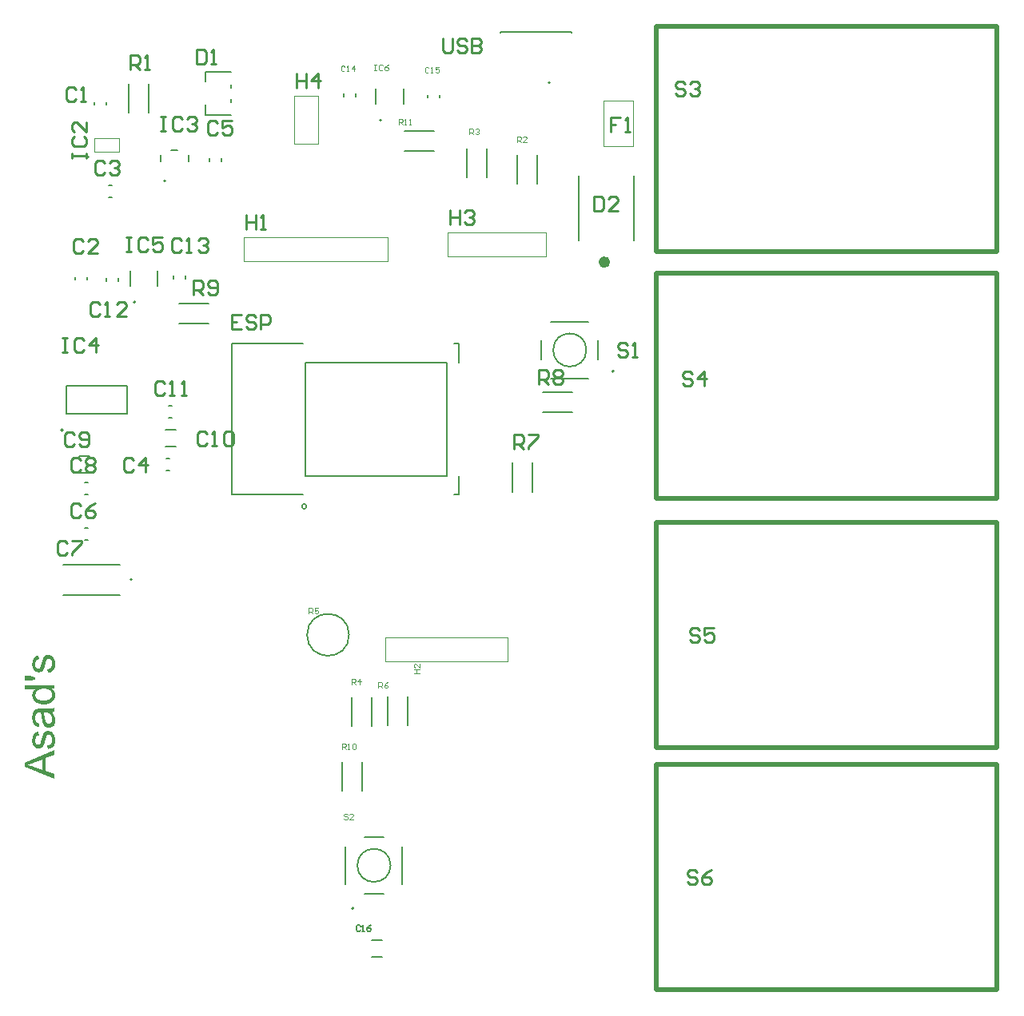
<source format=gto>
G04 Layer_Color=65535*
%FSLAX44Y44*%
%MOMM*%
G71*
G01*
G75*
%ADD32C,0.2540*%
%ADD34C,0.5000*%
%ADD43C,0.1270*%
%ADD44C,0.2000*%
%ADD45C,0.6096*%
%ADD46C,0.1000*%
%ADD47C,0.1524*%
%ADD48C,0.2032*%
G36*
X767080Y567637D02*
X764200D01*
X764249Y567588D01*
X764346Y567539D01*
X764493Y567393D01*
X764737Y567197D01*
X764981Y567002D01*
X765274Y566709D01*
X765567Y566367D01*
X765908Y565977D01*
X766201Y565537D01*
X766543Y565049D01*
X766836Y564512D01*
X767080Y563975D01*
X767324Y563341D01*
X767471Y562657D01*
X767568Y561925D01*
X767617Y561144D01*
Y561095D01*
Y560997D01*
Y560851D01*
X767568Y560656D01*
X767519Y560119D01*
X767422Y559484D01*
X767226Y558654D01*
X766982Y557824D01*
X766592Y556897D01*
X766104Y556018D01*
Y555969D01*
X766055Y555920D01*
X765811Y555627D01*
X765469Y555237D01*
X764981Y554700D01*
X764395Y554163D01*
X763663Y553528D01*
X762833Y552991D01*
X761856Y552454D01*
X761808D01*
X761710Y552405D01*
X761563Y552356D01*
X761368Y552259D01*
X761124Y552161D01*
X760782Y552063D01*
X760001Y551819D01*
X759074Y551575D01*
X758000Y551380D01*
X756828Y551233D01*
X755510Y551185D01*
X754924D01*
X754631Y551233D01*
X754241D01*
X753411Y551331D01*
X752434Y551478D01*
X751409Y551673D01*
X750286Y551917D01*
X749212Y552308D01*
X749164D01*
X749066Y552356D01*
X748919Y552454D01*
X748724Y552552D01*
X748236Y552796D01*
X747601Y553186D01*
X746869Y553675D01*
X746137Y554260D01*
X745453Y554944D01*
X744819Y555774D01*
Y555822D01*
X744770Y555871D01*
X744575Y556164D01*
X744330Y556652D01*
X744037Y557287D01*
X743793Y558068D01*
X743549Y558947D01*
X743354Y559923D01*
X743305Y560948D01*
Y560997D01*
Y561046D01*
Y561290D01*
X743354Y561681D01*
X743403Y562218D01*
X743549Y562755D01*
X743696Y563389D01*
X743940Y564024D01*
X744233Y564659D01*
X744282Y564756D01*
X744379Y564952D01*
X744575Y565244D01*
X744867Y565635D01*
X745160Y566026D01*
X745551Y566514D01*
X746039Y566953D01*
X746527Y567344D01*
X735006D01*
Y571298D01*
X767080D01*
Y567637D01*
D02*
G37*
G36*
Y543667D02*
X767031Y543618D01*
X766885Y543569D01*
X766592Y543471D01*
X766250Y543325D01*
X765811Y543178D01*
X765322Y543081D01*
X764786Y542983D01*
X764151Y542886D01*
X764249Y542788D01*
X764444Y542495D01*
X764786Y542104D01*
X765176Y541519D01*
X765664Y540884D01*
X766104Y540152D01*
X766494Y539419D01*
X766836Y538638D01*
X766885Y538541D01*
X766934Y538297D01*
X767080Y537906D01*
X767226Y537369D01*
X767373Y536685D01*
X767471Y535953D01*
X767568Y535172D01*
X767617Y534293D01*
Y534245D01*
Y534147D01*
Y533952D01*
X767568Y533659D01*
Y533366D01*
X767519Y532975D01*
X767373Y532145D01*
X767178Y531169D01*
X766836Y530242D01*
X766396Y529265D01*
X765762Y528435D01*
X765664Y528338D01*
X765420Y528093D01*
X765030Y527800D01*
X764444Y527410D01*
X763760Y527019D01*
X762979Y526726D01*
X762003Y526482D01*
X760978Y526385D01*
X760685D01*
X760343Y526434D01*
X759952Y526482D01*
X759464Y526580D01*
X758927Y526678D01*
X758390Y526873D01*
X757853Y527117D01*
X757804Y527166D01*
X757609Y527263D01*
X757365Y527410D01*
X757023Y527654D01*
X756682Y527947D01*
X756291Y528338D01*
X755949Y528728D01*
X755608Y529167D01*
X755559Y529216D01*
X755461Y529412D01*
X755315Y529656D01*
X755119Y529997D01*
X754875Y530437D01*
X754680Y530876D01*
X754485Y531413D01*
X754289Y531999D01*
Y532048D01*
X754241Y532243D01*
X754192Y532487D01*
X754094Y532878D01*
X753997Y533366D01*
X753899Y534001D01*
X753801Y534684D01*
X753704Y535514D01*
Y535563D01*
X753655Y535709D01*
Y535953D01*
X753606Y536295D01*
X753557Y536685D01*
X753508Y537125D01*
X753313Y538199D01*
X753118Y539322D01*
X752923Y540493D01*
X752630Y541616D01*
X752483Y542104D01*
X752337Y542544D01*
X752190D01*
X751897Y542593D01*
X750921D01*
X750482Y542544D01*
X749993Y542446D01*
X749456Y542300D01*
X748871Y542104D01*
X748382Y541860D01*
X747943Y541470D01*
X747894Y541421D01*
X747748Y541177D01*
X747504Y540835D01*
X747260Y540347D01*
X747016Y539712D01*
X746771Y538931D01*
X746625Y538004D01*
X746576Y536978D01*
Y536930D01*
Y536881D01*
Y536734D01*
Y536539D01*
X746625Y536051D01*
X746674Y535416D01*
X746820Y534733D01*
X746967Y534098D01*
X747211Y533415D01*
X747552Y532878D01*
X747601Y532829D01*
X747748Y532682D01*
X747992Y532438D01*
X748334Y532145D01*
X748822Y531804D01*
X749408Y531511D01*
X750140Y531169D01*
X750970Y530925D01*
X750433Y527068D01*
X750384D01*
X750335Y527117D01*
X750042Y527166D01*
X749603Y527312D01*
X749017Y527459D01*
X748382Y527703D01*
X747748Y527996D01*
X747064Y528338D01*
X746479Y528777D01*
X746430Y528826D01*
X746234Y529021D01*
X745941Y529265D01*
X745600Y529656D01*
X745258Y530144D01*
X744867Y530779D01*
X744477Y531462D01*
X744135Y532243D01*
Y532292D01*
X744086Y532341D01*
X744037Y532487D01*
X743989Y532634D01*
X743891Y533122D01*
X743696Y533756D01*
X743549Y534538D01*
X743452Y535416D01*
X743354Y536441D01*
X743305Y537515D01*
Y537564D01*
Y537662D01*
Y537808D01*
Y538004D01*
X743354Y538541D01*
X743403Y539224D01*
X743501Y540005D01*
X743598Y540835D01*
X743793Y541616D01*
X744037Y542349D01*
X744086Y542446D01*
X744135Y542641D01*
X744330Y542983D01*
X744526Y543374D01*
X744770Y543813D01*
X745063Y544301D01*
X745405Y544692D01*
X745795Y545082D01*
X745844Y545131D01*
X745990Y545229D01*
X746186Y545375D01*
X746527Y545571D01*
X746918Y545766D01*
X747357Y545961D01*
X747894Y546156D01*
X748480Y546303D01*
X748529D01*
X748675Y546352D01*
X748919Y546400D01*
X749310Y546449D01*
X749798D01*
X750433Y546498D01*
X751165Y546547D01*
X759171D01*
X760294Y546596D01*
X761515D01*
X762637Y546645D01*
X763175Y546693D01*
X763614D01*
X764004Y546742D01*
X764346Y546791D01*
X764395D01*
X764590Y546840D01*
X764883Y546889D01*
X765225Y546986D01*
X765615Y547133D01*
X766104Y547328D01*
X767080Y547767D01*
Y543667D01*
D02*
G37*
G36*
X761027Y523016D02*
X761466Y522919D01*
X762052Y522772D01*
X762686Y522577D01*
X763321Y522284D01*
X764004Y521893D01*
X764102Y521845D01*
X764297Y521698D01*
X764590Y521405D01*
X764981Y521015D01*
X765420Y520575D01*
X765860Y519990D01*
X766299Y519306D01*
X766689Y518525D01*
X766738Y518427D01*
X766836Y518134D01*
X766982Y517695D01*
X767129Y517109D01*
X767324Y516377D01*
X767471Y515547D01*
X767568Y514619D01*
X767617Y513643D01*
Y513594D01*
Y513448D01*
Y513204D01*
X767568Y512911D01*
Y512520D01*
X767519Y512081D01*
X767373Y511056D01*
X767178Y509933D01*
X766836Y508810D01*
X766396Y507687D01*
X766104Y507199D01*
X765762Y506711D01*
Y506662D01*
X765664Y506613D01*
X765420Y506320D01*
X764981Y505930D01*
X764346Y505442D01*
X763565Y504953D01*
X762589Y504465D01*
X761466Y504026D01*
X760148Y503733D01*
X759513Y507638D01*
X759611D01*
X759904Y507687D01*
X760343Y507834D01*
X760880Y507980D01*
X761466Y508224D01*
X762052Y508517D01*
X762637Y508956D01*
X763175Y509445D01*
X763223Y509493D01*
X763370Y509738D01*
X763565Y510079D01*
X763760Y510519D01*
X764004Y511153D01*
X764200Y511837D01*
X764346Y512715D01*
X764395Y513643D01*
Y513692D01*
Y513741D01*
Y513887D01*
Y514082D01*
X764346Y514571D01*
X764249Y515156D01*
X764151Y515840D01*
X763956Y516523D01*
X763663Y517158D01*
X763321Y517695D01*
X763272Y517744D01*
X763126Y517890D01*
X762882Y518134D01*
X762589Y518378D01*
X762198Y518574D01*
X761710Y518818D01*
X761222Y518964D01*
X760685Y519013D01*
X760441D01*
X760245Y518964D01*
X759904Y518867D01*
X759611Y518720D01*
X759220Y518525D01*
X758878Y518232D01*
X758586Y517841D01*
X758537Y517793D01*
X758488Y517646D01*
X758390Y517402D01*
X758195Y517012D01*
X758048Y516475D01*
X757804Y515791D01*
X757658Y515352D01*
X757560Y514912D01*
X757414Y514375D01*
X757267Y513789D01*
Y513741D01*
X757219Y513594D01*
X757170Y513399D01*
X757072Y513106D01*
X756974Y512715D01*
X756877Y512325D01*
X756584Y511397D01*
X756291Y510421D01*
X755998Y509396D01*
X755656Y508468D01*
X755510Y508078D01*
X755363Y507736D01*
X755315Y507687D01*
X755217Y507443D01*
X755022Y507150D01*
X754778Y506808D01*
X754485Y506369D01*
X754094Y505979D01*
X753655Y505539D01*
X753167Y505197D01*
X753118Y505149D01*
X752923Y505051D01*
X752630Y504953D01*
X752239Y504807D01*
X751800Y504612D01*
X751263Y504514D01*
X750677Y504416D01*
X750042Y504367D01*
X749798D01*
X749456Y504416D01*
X749115Y504465D01*
X748675Y504514D01*
X748187Y504660D01*
X747650Y504807D01*
X747162Y505051D01*
X747113Y505100D01*
X746918Y505197D01*
X746674Y505344D01*
X746381Y505588D01*
X746039Y505832D01*
X745697Y506174D01*
X745307Y506564D01*
X744965Y507004D01*
X744916Y507052D01*
X744867Y507199D01*
X744721Y507394D01*
X744575Y507687D01*
X744379Y508029D01*
X744184Y508468D01*
X743989Y508956D01*
X743793Y509493D01*
Y509591D01*
X743696Y509786D01*
X743647Y510079D01*
X743549Y510519D01*
X743452Y511056D01*
X743403Y511593D01*
X743305Y512227D01*
Y512911D01*
Y512960D01*
Y513057D01*
Y513155D01*
Y513350D01*
X743354Y513887D01*
X743403Y514522D01*
X743501Y515303D01*
X743647Y516084D01*
X743842Y516914D01*
X744135Y517695D01*
Y517744D01*
X744184Y517793D01*
X744282Y518037D01*
X744477Y518427D01*
X744672Y518867D01*
X745014Y519355D01*
X745356Y519892D01*
X745795Y520380D01*
X746283Y520771D01*
X746332Y520819D01*
X746527Y520917D01*
X746820Y521112D01*
X747211Y521356D01*
X747699Y521552D01*
X748334Y521796D01*
X749017Y521991D01*
X749798Y522186D01*
X750335Y518330D01*
X750238D01*
X750042Y518281D01*
X749700Y518183D01*
X749310Y518037D01*
X748871Y517841D01*
X748431Y517549D01*
X747943Y517207D01*
X747552Y516768D01*
X747504Y516719D01*
X747406Y516523D01*
X747211Y516231D01*
X747016Y515840D01*
X746869Y515352D01*
X746674Y514717D01*
X746576Y514034D01*
X746527Y513204D01*
Y513155D01*
Y513106D01*
Y512960D01*
Y512764D01*
X746576Y512276D01*
X746625Y511690D01*
X746771Y511056D01*
X746918Y510421D01*
X747162Y509786D01*
X747455Y509298D01*
X747504Y509249D01*
X747601Y509103D01*
X747797Y508956D01*
X748041Y508761D01*
X748334Y508517D01*
X748724Y508371D01*
X749115Y508224D01*
X749554Y508175D01*
X749700D01*
X749847Y508224D01*
X750042D01*
X750482Y508371D01*
X750970Y508615D01*
X751019Y508663D01*
X751067Y508712D01*
X751311Y509005D01*
X751507Y509201D01*
X751653Y509445D01*
X751849Y509786D01*
X751995Y510128D01*
Y510177D01*
X752044Y510275D01*
X752093Y510470D01*
X752190Y510812D01*
X752337Y511251D01*
X752532Y511886D01*
X752727Y512667D01*
X752874Y513106D01*
X753020Y513643D01*
Y513692D01*
X753069Y513838D01*
X753118Y514034D01*
X753215Y514327D01*
X753313Y514668D01*
X753411Y515059D01*
X753655Y515938D01*
X753948Y516914D01*
X754289Y517890D01*
X754582Y518769D01*
X754729Y519160D01*
X754875Y519501D01*
X754924Y519599D01*
X755022Y519794D01*
X755168Y520087D01*
X755363Y520429D01*
X755656Y520868D01*
X756047Y521308D01*
X756438Y521698D01*
X756926Y522089D01*
X756974Y522137D01*
X757170Y522235D01*
X757463Y522382D01*
X757853Y522577D01*
X758341Y522772D01*
X758927Y522919D01*
X759562Y523016D01*
X760294Y523065D01*
X760636D01*
X761027Y523016D01*
D02*
G37*
G36*
X746332Y579988D02*
Y577547D01*
X740376Y576571D01*
X735006D01*
Y581062D01*
X740376D01*
X746332Y579988D01*
D02*
G37*
G36*
X761027Y603763D02*
X761466Y603665D01*
X762052Y603518D01*
X762686Y603323D01*
X763321Y603030D01*
X764004Y602640D01*
X764102Y602591D01*
X764297Y602444D01*
X764590Y602152D01*
X764981Y601761D01*
X765420Y601322D01*
X765860Y600736D01*
X766299Y600052D01*
X766689Y599271D01*
X766738Y599174D01*
X766836Y598881D01*
X766982Y598441D01*
X767129Y597855D01*
X767324Y597123D01*
X767471Y596293D01*
X767568Y595366D01*
X767617Y594389D01*
Y594341D01*
Y594194D01*
Y593950D01*
X767568Y593657D01*
Y593266D01*
X767519Y592827D01*
X767373Y591802D01*
X767178Y590679D01*
X766836Y589556D01*
X766396Y588433D01*
X766104Y587945D01*
X765762Y587457D01*
Y587408D01*
X765664Y587360D01*
X765420Y587066D01*
X764981Y586676D01*
X764346Y586188D01*
X763565Y585700D01*
X762589Y585211D01*
X761466Y584772D01*
X760148Y584479D01*
X759513Y588385D01*
X759611D01*
X759904Y588433D01*
X760343Y588580D01*
X760880Y588726D01*
X761466Y588970D01*
X762052Y589263D01*
X762637Y589703D01*
X763175Y590191D01*
X763223Y590240D01*
X763370Y590484D01*
X763565Y590826D01*
X763760Y591265D01*
X764004Y591900D01*
X764200Y592583D01*
X764346Y593462D01*
X764395Y594389D01*
Y594438D01*
Y594487D01*
Y594633D01*
Y594829D01*
X764346Y595317D01*
X764249Y595903D01*
X764151Y596586D01*
X763956Y597270D01*
X763663Y597904D01*
X763321Y598441D01*
X763272Y598490D01*
X763126Y598637D01*
X762882Y598881D01*
X762589Y599125D01*
X762198Y599320D01*
X761710Y599564D01*
X761222Y599711D01*
X760685Y599759D01*
X760441D01*
X760245Y599711D01*
X759904Y599613D01*
X759611Y599467D01*
X759220Y599271D01*
X758878Y598978D01*
X758586Y598588D01*
X758537Y598539D01*
X758488Y598392D01*
X758390Y598148D01*
X758195Y597758D01*
X758048Y597221D01*
X757804Y596537D01*
X757658Y596098D01*
X757560Y595659D01*
X757414Y595122D01*
X757267Y594536D01*
Y594487D01*
X757219Y594341D01*
X757170Y594145D01*
X757072Y593852D01*
X756974Y593462D01*
X756877Y593071D01*
X756584Y592144D01*
X756291Y591167D01*
X755998Y590142D01*
X755656Y589215D01*
X755510Y588824D01*
X755363Y588482D01*
X755315Y588433D01*
X755217Y588189D01*
X755022Y587896D01*
X754778Y587555D01*
X754485Y587115D01*
X754094Y586725D01*
X753655Y586285D01*
X753167Y585944D01*
X753118Y585895D01*
X752923Y585797D01*
X752630Y585700D01*
X752239Y585553D01*
X751800Y585358D01*
X751263Y585260D01*
X750677Y585163D01*
X750042Y585114D01*
X749798D01*
X749456Y585163D01*
X749115Y585211D01*
X748675Y585260D01*
X748187Y585407D01*
X747650Y585553D01*
X747162Y585797D01*
X747113Y585846D01*
X746918Y585944D01*
X746674Y586090D01*
X746381Y586334D01*
X746039Y586578D01*
X745697Y586920D01*
X745307Y587311D01*
X744965Y587750D01*
X744916Y587799D01*
X744867Y587945D01*
X744721Y588141D01*
X744575Y588433D01*
X744379Y588775D01*
X744184Y589215D01*
X743989Y589703D01*
X743793Y590240D01*
Y590337D01*
X743696Y590533D01*
X743647Y590826D01*
X743549Y591265D01*
X743452Y591802D01*
X743403Y592339D01*
X743305Y592974D01*
Y593657D01*
Y593706D01*
Y593803D01*
Y593901D01*
Y594096D01*
X743354Y594633D01*
X743403Y595268D01*
X743501Y596049D01*
X743647Y596830D01*
X743842Y597660D01*
X744135Y598441D01*
Y598490D01*
X744184Y598539D01*
X744282Y598783D01*
X744477Y599174D01*
X744672Y599613D01*
X745014Y600101D01*
X745356Y600638D01*
X745795Y601126D01*
X746283Y601517D01*
X746332Y601566D01*
X746527Y601663D01*
X746820Y601859D01*
X747211Y602103D01*
X747699Y602298D01*
X748334Y602542D01*
X749017Y602737D01*
X749798Y602933D01*
X750335Y599076D01*
X750238D01*
X750042Y599027D01*
X749700Y598929D01*
X749310Y598783D01*
X748871Y598588D01*
X748431Y598295D01*
X747943Y597953D01*
X747552Y597514D01*
X747504Y597465D01*
X747406Y597270D01*
X747211Y596977D01*
X747016Y596586D01*
X746869Y596098D01*
X746674Y595463D01*
X746576Y594780D01*
X746527Y593950D01*
Y593901D01*
Y593852D01*
Y593706D01*
Y593511D01*
X746576Y593022D01*
X746625Y592437D01*
X746771Y591802D01*
X746918Y591167D01*
X747162Y590533D01*
X747455Y590045D01*
X747504Y589996D01*
X747601Y589849D01*
X747797Y589703D01*
X748041Y589507D01*
X748334Y589263D01*
X748724Y589117D01*
X749115Y588970D01*
X749554Y588922D01*
X749700D01*
X749847Y588970D01*
X750042D01*
X750482Y589117D01*
X750970Y589361D01*
X751019Y589410D01*
X751067Y589459D01*
X751311Y589752D01*
X751507Y589947D01*
X751653Y590191D01*
X751849Y590533D01*
X751995Y590874D01*
Y590923D01*
X752044Y591021D01*
X752093Y591216D01*
X752190Y591558D01*
X752337Y591997D01*
X752532Y592632D01*
X752727Y593413D01*
X752874Y593852D01*
X753020Y594389D01*
Y594438D01*
X753069Y594585D01*
X753118Y594780D01*
X753215Y595073D01*
X753313Y595415D01*
X753411Y595805D01*
X753655Y596684D01*
X753948Y597660D01*
X754289Y598637D01*
X754582Y599515D01*
X754729Y599906D01*
X754875Y600248D01*
X754924Y600345D01*
X755022Y600541D01*
X755168Y600833D01*
X755363Y601175D01*
X755656Y601614D01*
X756047Y602054D01*
X756438Y602444D01*
X756926Y602835D01*
X756974Y602884D01*
X757170Y602981D01*
X757463Y603128D01*
X757853Y603323D01*
X758341Y603518D01*
X758927Y603665D01*
X759562Y603763D01*
X760294Y603811D01*
X760636D01*
X761027Y603763D01*
D02*
G37*
G36*
X767080Y497582D02*
X757365Y493871D01*
Y480397D01*
X767080Y476931D01*
Y472440D01*
X735006Y484693D01*
Y489331D01*
X767080Y502366D01*
Y497582D01*
D02*
G37*
%LPC*%
G36*
X756633Y567734D02*
X755412D01*
X755071Y567686D01*
X754680D01*
X754241Y567637D01*
X753167Y567490D01*
X752044Y567295D01*
X750872Y566953D01*
X749749Y566514D01*
X749261Y566221D01*
X748822Y565879D01*
X748773D01*
X748724Y565782D01*
X748480Y565537D01*
X748090Y565147D01*
X747699Y564610D01*
X747308Y563975D01*
X746918Y563194D01*
X746674Y562315D01*
X746576Y561827D01*
Y561339D01*
Y561290D01*
Y561241D01*
Y561095D01*
X746625Y560900D01*
X746674Y560411D01*
X746820Y559826D01*
X747113Y559142D01*
X747504Y558410D01*
X747992Y557678D01*
X748334Y557336D01*
X748724Y556994D01*
X748822Y556897D01*
X748968Y556848D01*
X749115Y556701D01*
X749359Y556604D01*
X749652Y556457D01*
X749993Y556262D01*
X750384Y556115D01*
X750823Y555969D01*
X751311Y555774D01*
X751897Y555627D01*
X752483Y555530D01*
X753167Y555383D01*
X753899Y555334D01*
X754680Y555237D01*
X755949D01*
X756242Y555285D01*
X756633D01*
X757023Y555334D01*
X758048Y555481D01*
X759122Y555676D01*
X760245Y556018D01*
X761271Y556457D01*
X761759Y556750D01*
X762198Y557092D01*
X762296Y557189D01*
X762540Y557434D01*
X762882Y557824D01*
X763272Y558361D01*
X763711Y558996D01*
X764053Y559728D01*
X764297Y560607D01*
X764346Y561046D01*
X764395Y561534D01*
Y561583D01*
Y561632D01*
Y561778D01*
X764346Y561974D01*
X764297Y562462D01*
X764151Y563048D01*
X763858Y563731D01*
X763516Y564463D01*
X762979Y565244D01*
X762686Y565586D01*
X762296Y565928D01*
X762247D01*
X762198Y566026D01*
X762052Y566074D01*
X761905Y566221D01*
X761661Y566367D01*
X761417Y566514D01*
X761075Y566660D01*
X760685Y566856D01*
X760294Y567002D01*
X759806Y567149D01*
X759269Y567295D01*
X758683Y567441D01*
X758048Y567588D01*
X757365Y567637D01*
X756633Y567734D01*
D02*
G37*
G36*
X756877Y542544D02*
X755412D01*
X755461Y542446D01*
X755510Y542300D01*
X755559Y542153D01*
X755656Y541909D01*
X755705Y541616D01*
X755803Y541323D01*
X755949Y540933D01*
X756047Y540493D01*
X756145Y540005D01*
X756291Y539517D01*
X756438Y538931D01*
X756535Y538297D01*
X756682Y537613D01*
X756779Y536881D01*
X756926Y536100D01*
Y536051D01*
Y536002D01*
X756974Y535709D01*
X757072Y535270D01*
X757170Y534733D01*
X757414Y533610D01*
X757560Y533073D01*
X757707Y532634D01*
Y532585D01*
X757804Y532487D01*
X757902Y532292D01*
X758048Y532097D01*
X758439Y531608D01*
X759025Y531120D01*
X759074D01*
X759171Y531023D01*
X759318Y530974D01*
X759562Y530876D01*
X760148Y530681D01*
X760490Y530632D01*
X760880Y530583D01*
X761124D01*
X761417Y530632D01*
X761808Y530730D01*
X762198Y530876D01*
X762637Y531071D01*
X763077Y531364D01*
X763516Y531755D01*
X763565Y531804D01*
X763663Y531999D01*
X763858Y532243D01*
X764004Y532634D01*
X764200Y533122D01*
X764395Y533756D01*
X764493Y534440D01*
X764541Y535270D01*
Y535319D01*
Y535367D01*
Y535660D01*
X764493Y536051D01*
X764395Y536637D01*
X764297Y537223D01*
X764151Y537906D01*
X763907Y538590D01*
X763565Y539273D01*
X763516Y539371D01*
X763370Y539566D01*
X763175Y539908D01*
X762833Y540298D01*
X762491Y540689D01*
X762003Y541128D01*
X761466Y541567D01*
X760831Y541909D01*
X760782Y541958D01*
X760587Y542007D01*
X760294Y542104D01*
X759855Y542251D01*
X759269Y542349D01*
X758586Y542446D01*
X757804Y542495D01*
X756877Y542544D01*
D02*
G37*
G36*
X753899Y492505D02*
X745063Y489185D01*
X745014D01*
X744867Y489136D01*
X744672Y489038D01*
X744379Y488941D01*
X744037Y488794D01*
X743647Y488648D01*
X742719Y488355D01*
X741645Y487964D01*
X740523Y487574D01*
X739400Y487232D01*
X738326Y486890D01*
X738374D01*
X738472Y486842D01*
X738619D01*
X738863Y486793D01*
X739156Y486695D01*
X739497Y486598D01*
X740278Y486402D01*
X741255Y486158D01*
X742280Y485865D01*
X743403Y485523D01*
X744526Y485133D01*
X753899Y481618D01*
Y492505D01*
D02*
G37*
%LPD*%
D32*
X1435097Y1209036D02*
X1432558Y1211575D01*
X1427479D01*
X1424940Y1209036D01*
Y1206497D01*
X1427479Y1203958D01*
X1432558D01*
X1435097Y1201418D01*
Y1198879D01*
X1432558Y1196340D01*
X1427479D01*
X1424940Y1198879D01*
X1440175Y1209036D02*
X1442714Y1211575D01*
X1447793D01*
X1450332Y1209036D01*
Y1206497D01*
X1447793Y1203958D01*
X1445253D01*
X1447793D01*
X1450332Y1201418D01*
Y1198879D01*
X1447793Y1196340D01*
X1442714D01*
X1440175Y1198879D01*
X1442717Y901696D02*
X1440177Y904235D01*
X1435099D01*
X1432560Y901696D01*
Y899157D01*
X1435099Y896618D01*
X1440177D01*
X1442717Y894078D01*
Y891539D01*
X1440177Y889000D01*
X1435099D01*
X1432560Y891539D01*
X1455413Y889000D02*
Y904235D01*
X1447795Y896618D01*
X1457952D01*
X1450337Y629916D02*
X1447798Y632455D01*
X1442719D01*
X1440180Y629916D01*
Y627377D01*
X1442719Y624837D01*
X1447798D01*
X1450337Y622298D01*
Y619759D01*
X1447798Y617220D01*
X1442719D01*
X1440180Y619759D01*
X1465572Y632455D02*
X1455415D01*
Y624837D01*
X1460493Y627377D01*
X1463033D01*
X1465572Y624837D01*
Y619759D01*
X1463033Y617220D01*
X1457954D01*
X1455415Y619759D01*
X1447797Y373376D02*
X1445258Y375915D01*
X1440179D01*
X1437640Y373376D01*
Y370837D01*
X1440179Y368298D01*
X1445258D01*
X1447797Y365758D01*
Y363219D01*
X1445258Y360680D01*
X1440179D01*
X1437640Y363219D01*
X1463032Y375915D02*
X1457953Y373376D01*
X1452875Y368298D01*
Y363219D01*
X1455414Y360680D01*
X1460493D01*
X1463032Y363219D01*
Y365758D01*
X1460493Y368298D01*
X1452875D01*
X1178567Y1257298D02*
Y1244602D01*
X1181106Y1242063D01*
X1186184D01*
X1188723Y1244602D01*
Y1257298D01*
X1203958Y1254758D02*
X1201419Y1257298D01*
X1196341D01*
X1193802Y1254758D01*
Y1252219D01*
X1196341Y1249680D01*
X1201419D01*
X1203958Y1247141D01*
Y1244602D01*
X1201419Y1242063D01*
X1196341D01*
X1193802Y1244602D01*
X1209037Y1257298D02*
Y1242063D01*
X1216654D01*
X1219193Y1244602D01*
Y1247141D01*
X1216654Y1249680D01*
X1209037D01*
X1216654D01*
X1219193Y1252219D01*
Y1254758D01*
X1216654Y1257298D01*
X1209037D01*
X1338584Y1089783D02*
Y1074548D01*
X1346202D01*
X1348741Y1077087D01*
Y1087243D01*
X1346202Y1089783D01*
X1338584D01*
X1363976Y1074548D02*
X1353819D01*
X1363976Y1084704D01*
Y1087243D01*
X1361437Y1089783D01*
X1356358D01*
X1353819Y1087243D01*
X1374140Y932178D02*
X1371601Y934717D01*
X1366523D01*
X1363983Y932178D01*
Y929639D01*
X1366523Y927100D01*
X1371601D01*
X1374140Y924561D01*
Y922022D01*
X1371601Y919482D01*
X1366523D01*
X1363983Y922022D01*
X1379218Y919482D02*
X1384297D01*
X1381758D01*
Y934717D01*
X1379218Y932178D01*
X914400Y985520D02*
Y1000755D01*
X922018D01*
X924557Y998216D01*
Y993138D01*
X922018Y990598D01*
X914400D01*
X919478D02*
X924557Y985520D01*
X929635Y988059D02*
X932174Y985520D01*
X937253D01*
X939792Y988059D01*
Y998216D01*
X937253Y1000755D01*
X932174D01*
X929635Y998216D01*
Y995677D01*
X932174Y993138D01*
X939792D01*
X1279652Y890524D02*
Y905759D01*
X1287269D01*
X1289809Y903220D01*
Y898141D01*
X1287269Y895602D01*
X1279652D01*
X1284730D02*
X1289809Y890524D01*
X1294887Y903220D02*
X1297426Y905759D01*
X1302505D01*
X1305044Y903220D01*
Y900681D01*
X1302505Y898141D01*
X1305044Y895602D01*
Y893063D01*
X1302505Y890524D01*
X1297426D01*
X1294887Y893063D01*
Y895602D01*
X1297426Y898141D01*
X1294887Y900681D01*
Y903220D01*
X1297426Y898141D02*
X1302505D01*
X1253236Y822237D02*
Y837472D01*
X1260854D01*
X1263393Y834933D01*
Y829855D01*
X1260854Y827315D01*
X1253236D01*
X1258314D02*
X1263393Y822237D01*
X1268471Y837472D02*
X1278628D01*
Y834933D01*
X1268471Y824776D01*
Y822237D01*
X846836Y1223987D02*
Y1239222D01*
X854454D01*
X856993Y1236683D01*
Y1231605D01*
X854454Y1229065D01*
X846836D01*
X851914D02*
X856993Y1223987D01*
X862071D02*
X867149D01*
X864610D01*
Y1239222D01*
X862071Y1236683D01*
X843280Y1046475D02*
X848358D01*
X845819D01*
Y1031240D01*
X843280D01*
X848358D01*
X866133Y1043936D02*
X863593Y1046475D01*
X858515D01*
X855976Y1043936D01*
Y1033779D01*
X858515Y1031240D01*
X863593D01*
X866133Y1033779D01*
X881368Y1046475D02*
X871211D01*
Y1038857D01*
X876289Y1041397D01*
X878829D01*
X881368Y1038857D01*
Y1033779D01*
X878829Y1031240D01*
X873750D01*
X871211Y1033779D01*
X775208Y939795D02*
X780286D01*
X777747D01*
Y924560D01*
X775208D01*
X780286D01*
X798061Y937256D02*
X795521Y939795D01*
X790443D01*
X787904Y937256D01*
Y927099D01*
X790443Y924560D01*
X795521D01*
X798061Y927099D01*
X810757Y924560D02*
Y939795D01*
X803139Y932178D01*
X813296D01*
X879348Y1174491D02*
X884426D01*
X881887D01*
Y1159256D01*
X879348D01*
X884426D01*
X902201Y1171952D02*
X899661Y1174491D01*
X894583D01*
X892044Y1171952D01*
Y1161795D01*
X894583Y1159256D01*
X899661D01*
X902201Y1161795D01*
X907279Y1171952D02*
X909818Y1174491D01*
X914896D01*
X917436Y1171952D01*
Y1169413D01*
X914896Y1166873D01*
X912357D01*
X914896D01*
X917436Y1164334D01*
Y1161795D01*
X914896Y1159256D01*
X909818D01*
X907279Y1161795D01*
X784973Y1130077D02*
Y1135155D01*
Y1132616D01*
X800208D01*
Y1130077D01*
Y1135155D01*
X787512Y1152930D02*
X784973Y1150391D01*
Y1145312D01*
X787512Y1142773D01*
X797669D01*
X800208Y1145312D01*
Y1150391D01*
X797669Y1152930D01*
X800208Y1168165D02*
Y1158008D01*
X790051Y1168165D01*
X787512D01*
X784973Y1165626D01*
Y1160547D01*
X787512Y1158008D01*
X1023254Y1219576D02*
Y1204341D01*
Y1211958D01*
X1033410D01*
Y1219576D01*
Y1204341D01*
X1046106D02*
Y1219576D01*
X1038489Y1211958D01*
X1048645D01*
X1185672Y1074923D02*
Y1059688D01*
Y1067306D01*
X1195829D01*
Y1074923D01*
Y1059688D01*
X1200907Y1072384D02*
X1203446Y1074923D01*
X1208525D01*
X1211064Y1072384D01*
Y1069845D01*
X1208525Y1067306D01*
X1205985D01*
X1208525D01*
X1211064Y1064766D01*
Y1062227D01*
X1208525Y1059688D01*
X1203446D01*
X1200907Y1062227D01*
X969772Y1069858D02*
Y1054623D01*
Y1062240D01*
X979929D01*
Y1069858D01*
Y1054623D01*
X985007D02*
X990085D01*
X987546D01*
Y1069858D01*
X985007Y1067318D01*
X1366520Y1173477D02*
X1356363D01*
Y1165860D01*
X1361442D01*
X1356363D01*
Y1158242D01*
X1371598D02*
X1376677D01*
X1374138D01*
Y1173477D01*
X1371598Y1170938D01*
X965101Y963995D02*
X954944D01*
Y948760D01*
X965101D01*
X954944Y956377D02*
X960022D01*
X980336Y961456D02*
X977797Y963995D01*
X972718D01*
X970179Y961456D01*
Y958917D01*
X972718Y956377D01*
X977797D01*
X980336Y953838D01*
Y951299D01*
X977797Y948760D01*
X972718D01*
X970179Y951299D01*
X985414Y948760D02*
Y963995D01*
X993032D01*
X995571Y961456D01*
Y956377D01*
X993032Y953838D01*
X985414D01*
X917702Y1245103D02*
Y1229868D01*
X925320D01*
X927859Y1232407D01*
Y1242564D01*
X925320Y1245103D01*
X917702D01*
X932937Y1229868D02*
X938015D01*
X935476D01*
Y1245103D01*
X932937Y1242564D01*
X901697Y1043224D02*
X899157Y1045763D01*
X894079D01*
X891540Y1043224D01*
Y1033067D01*
X894079Y1030528D01*
X899157D01*
X901697Y1033067D01*
X906775Y1030528D02*
X911853D01*
X909314D01*
Y1045763D01*
X906775Y1043224D01*
X919471D02*
X922010Y1045763D01*
X927088D01*
X929628Y1043224D01*
Y1040685D01*
X927088Y1038146D01*
X924549D01*
X927088D01*
X929628Y1035606D01*
Y1033067D01*
X927088Y1030528D01*
X922010D01*
X919471Y1033067D01*
X815337Y975356D02*
X812797Y977895D01*
X807719D01*
X805180Y975356D01*
Y965199D01*
X807719Y962660D01*
X812797D01*
X815337Y965199D01*
X820415Y962660D02*
X825493D01*
X822954D01*
Y977895D01*
X820415Y975356D01*
X843268Y962660D02*
X833111D01*
X843268Y972817D01*
Y975356D01*
X840729Y977895D01*
X835650D01*
X833111Y975356D01*
X883459Y891536D02*
X880919Y894075D01*
X875841D01*
X873302Y891536D01*
Y881379D01*
X875841Y878840D01*
X880919D01*
X883459Y881379D01*
X888537Y878840D02*
X893615D01*
X891076D01*
Y894075D01*
X888537Y891536D01*
X901233Y878840D02*
X906311D01*
X903772D01*
Y894075D01*
X901233Y891536D01*
X928373Y838198D02*
X925834Y840738D01*
X920755D01*
X918216Y838198D01*
Y828042D01*
X920755Y825502D01*
X925834D01*
X928373Y828042D01*
X933451Y825502D02*
X938530D01*
X935990D01*
Y840738D01*
X933451Y838198D01*
X946147D02*
X948686Y840738D01*
X953765D01*
X956304Y838198D01*
Y828042D01*
X953765Y825502D01*
X948686D01*
X946147Y828042D01*
Y838198D01*
X787651Y837180D02*
X785111Y839719D01*
X780033D01*
X777494Y837180D01*
Y827023D01*
X780033Y824484D01*
X785111D01*
X787651Y827023D01*
X792729D02*
X795268Y824484D01*
X800347D01*
X802886Y827023D01*
Y837180D01*
X800347Y839719D01*
X795268D01*
X792729Y837180D01*
Y834641D01*
X795268Y832102D01*
X802886D01*
X794509Y810256D02*
X791970Y812795D01*
X786891D01*
X784352Y810256D01*
Y800099D01*
X786891Y797560D01*
X791970D01*
X794509Y800099D01*
X799587Y810256D02*
X802126Y812795D01*
X807205D01*
X809744Y810256D01*
Y807717D01*
X807205Y805178D01*
X809744Y802638D01*
Y800099D01*
X807205Y797560D01*
X802126D01*
X799587Y800099D01*
Y802638D01*
X802126Y805178D01*
X799587Y807717D01*
Y810256D01*
X802126Y805178D02*
X807205D01*
X780573Y722372D02*
X778034Y724911D01*
X772955D01*
X770416Y722372D01*
Y712215D01*
X772955Y709676D01*
X778034D01*
X780573Y712215D01*
X785651Y724911D02*
X795808D01*
Y722372D01*
X785651Y712215D01*
Y709676D01*
X794559Y761996D02*
X792020Y764535D01*
X786941D01*
X784402Y761996D01*
Y751839D01*
X786941Y749300D01*
X792020D01*
X794559Y751839D01*
X809794Y764535D02*
X804715Y761996D01*
X799637Y756917D01*
Y751839D01*
X802176Y749300D01*
X807255D01*
X809794Y751839D01*
Y754378D01*
X807255Y756917D01*
X799637D01*
X939797Y1167684D02*
X937258Y1170223D01*
X932179D01*
X929640Y1167684D01*
Y1157527D01*
X932179Y1154988D01*
X937258D01*
X939797Y1157527D01*
X955032Y1170223D02*
X944875D01*
Y1162606D01*
X949953Y1165145D01*
X952493D01*
X955032Y1162606D01*
Y1157527D01*
X952493Y1154988D01*
X947414D01*
X944875Y1157527D01*
X850901Y810258D02*
X848362Y812797D01*
X843283D01*
X840744Y810258D01*
Y800102D01*
X843283Y797562D01*
X848362D01*
X850901Y800102D01*
X863597Y797562D02*
Y812797D01*
X855979Y805180D01*
X866136D01*
X819959Y1125216D02*
X817420Y1127755D01*
X812341D01*
X809802Y1125216D01*
Y1115059D01*
X812341Y1112520D01*
X817420D01*
X819959Y1115059D01*
X825037Y1125216D02*
X827576Y1127755D01*
X832655D01*
X835194Y1125216D01*
Y1122677D01*
X832655Y1120137D01*
X830115D01*
X832655D01*
X835194Y1117598D01*
Y1115059D01*
X832655Y1112520D01*
X827576D01*
X825037Y1115059D01*
X797557Y1041854D02*
X795017Y1044393D01*
X789939D01*
X787400Y1041854D01*
Y1031697D01*
X789939Y1029158D01*
X795017D01*
X797557Y1031697D01*
X812792Y1029158D02*
X802635D01*
X812792Y1039315D01*
Y1041854D01*
X810253Y1044393D01*
X805174D01*
X802635Y1041854D01*
X789940Y1202638D02*
X787401Y1205178D01*
X782322D01*
X779783Y1202638D01*
Y1192482D01*
X782322Y1189942D01*
X787401D01*
X789940Y1192482D01*
X795018Y1189942D02*
X800097D01*
X797558D01*
Y1205178D01*
X795018Y1202638D01*
D34*
X1404620Y1031240D02*
X1765300D01*
X1404620D02*
Y1270000D01*
X1765300Y1031240D02*
Y1270000D01*
X1404620D02*
X1765300D01*
X1404620Y769620D02*
X1765300D01*
X1404620D02*
Y1008380D01*
X1765300Y769620D02*
Y1008380D01*
X1404620D02*
X1765300D01*
X1404620Y505460D02*
X1765300D01*
X1404620D02*
Y744220D01*
X1765300Y505460D02*
Y744220D01*
X1404620D02*
X1765300D01*
X1404620Y248920D02*
X1765300D01*
X1404620D02*
Y487680D01*
X1765300Y248920D02*
Y487680D01*
X1404620D02*
X1765300D01*
D43*
X1330210Y926740D02*
G03*
X1330210Y926740I-17550J0D01*
G01*
X1033850Y760940D02*
G03*
X1033850Y760940I-2500J0D01*
G01*
X1122810Y380480D02*
G03*
X1122810Y380480I-17550J0D01*
G01*
X802905Y1131475D02*
G03*
X802905Y1131475I-1270J0D01*
G01*
X775970Y842010D02*
G03*
X775970Y842010I-1270J0D01*
G01*
X1292660Y896790D02*
X1332660D01*
X1282710Y916740D02*
Y936740D01*
X1292660Y956690D02*
X1332660D01*
X1342610Y916740D02*
Y936740D01*
X1314420Y1262930D02*
Y1264180D01*
X1239420D02*
X1314420D01*
X1239420Y1262930D02*
Y1264180D01*
X1224770Y1109560D02*
Y1140560D01*
X1203470Y1109560D02*
Y1140560D01*
X1119650Y528650D02*
Y559650D01*
X1140950Y528650D02*
Y559650D01*
X1032700Y793440D02*
Y913440D01*
X1182700D01*
Y793440D02*
Y913440D01*
X1032700Y793440D02*
X1182700D01*
X955100Y773440D02*
X1030100D01*
X955100D02*
Y933440D01*
X1030100D01*
X1190100Y773440D02*
X1195100D01*
Y793440D01*
X1190100Y933440D02*
X1195100D01*
Y913440D02*
Y933440D01*
X884240Y824120D02*
X895040D01*
X884240Y842120D02*
X895040D01*
X885620Y798680D02*
X888620D01*
X885620Y811680D02*
X888620D01*
X888160Y867560D02*
X891160D01*
X888160Y854560D02*
X891160D01*
X1322080Y1042660D02*
Y1111260D01*
X1380480Y1042660D02*
Y1111260D01*
X1075310Y360480D02*
Y400480D01*
X1095260Y410430D02*
X1115260D01*
X1135210Y360480D02*
Y400480D01*
X1095260Y350530D02*
X1115260D01*
X899060Y975850D02*
X930060D01*
X899060Y954550D02*
X930060D01*
X821540Y999920D02*
Y1002920D01*
X834540Y999920D02*
Y1002920D01*
X876220Y994200D02*
Y1010400D01*
X847220Y994200D02*
Y1010400D01*
X821840Y1186560D02*
Y1189560D01*
X808840Y1186560D02*
Y1189560D01*
X788520Y1001140D02*
Y1004140D01*
X801520Y1001140D02*
Y1004140D01*
X824660Y1101240D02*
X827660D01*
X824660Y1088240D02*
X827660D01*
X866630Y1178140D02*
Y1209140D01*
X845330Y1178140D02*
Y1209140D01*
X908580Y1127000D02*
Y1133600D01*
X890730Y1138300D02*
X897430D01*
X879580Y1127000D02*
Y1133600D01*
X930760Y1126920D02*
Y1129920D01*
X943760Y1126920D02*
Y1129920D01*
X799260Y738020D02*
X802260D01*
X799260Y725020D02*
X802260D01*
X776230Y699260D02*
X836230D01*
X776230Y667260D02*
X836230D01*
X1256810Y1102690D02*
Y1133690D01*
X1278110Y1102690D02*
Y1133690D01*
X1102850Y527900D02*
Y558900D01*
X1081550Y527900D02*
Y558900D01*
X799260Y773280D02*
X802260D01*
X799260Y786280D02*
X802260D01*
X792800Y814180D02*
X803600D01*
X792800Y796180D02*
X803600D01*
X1273030Y776390D02*
Y807390D01*
X1251730Y776390D02*
Y807390D01*
X1284390Y860570D02*
X1315390D01*
X1284390Y881870D02*
X1315390D01*
X892660Y1002460D02*
Y1005460D01*
X905660Y1002460D02*
Y1005460D01*
X1136520Y1187240D02*
Y1203440D01*
X1107520Y1187240D02*
Y1203440D01*
X1073000Y1195500D02*
Y1198500D01*
X1086000Y1195500D02*
Y1198500D01*
X1092690Y459320D02*
Y490320D01*
X1071390Y459320D02*
Y490320D01*
X1137820Y1158730D02*
X1168820D01*
X1137820Y1137430D02*
X1168820D01*
X1161900Y1194180D02*
Y1197180D01*
X1174900Y1194180D02*
Y1197180D01*
X1102680Y283100D02*
X1113480D01*
X1102680Y301100D02*
X1113480D01*
D44*
X1359380Y904240D02*
G03*
X1359380Y904240I-1000J0D01*
G01*
X1291920Y1209930D02*
G03*
X1291920Y1209930I-1000J0D01*
G01*
X1078865Y624840D02*
G03*
X1078865Y624840I-22225J0D01*
G01*
X1083760Y334760D02*
G03*
X1083760Y334760I-1000J0D01*
G01*
X852720Y977300D02*
G03*
X852720Y977300I-1000J0D01*
G01*
X884580Y1106200D02*
G03*
X884580Y1106200I-1000J0D01*
G01*
X849030Y683260D02*
G03*
X849030Y683260I-1000J0D01*
G01*
X1113020Y1170340D02*
G03*
X1113020Y1170340I-1000J0D01*
G01*
X1090865Y315894D02*
X1089865Y316894D01*
X1087866D01*
X1086866Y315894D01*
Y311896D01*
X1087866Y310896D01*
X1089865D01*
X1090865Y311896D01*
X1092864Y310896D02*
X1094863D01*
X1093864D01*
Y316894D01*
X1092864Y315894D01*
X1101861Y316894D02*
X1099862Y315894D01*
X1097862Y313895D01*
Y311896D01*
X1098862Y310896D01*
X1100862D01*
X1101861Y311896D01*
Y312895D01*
X1100862Y313895D01*
X1097862D01*
D45*
X1352442Y1019960D02*
G03*
X1352442Y1019960I-3162J0D01*
G01*
D46*
X1117600Y596900D02*
Y622300D01*
X1247140D01*
Y596900D02*
Y622300D01*
X1117600Y596900D02*
X1247140D01*
X1350189Y1143009D02*
X1379783D01*
Y1191037D01*
X1352947D02*
X1379783D01*
X1348308D02*
X1352947D01*
X1348308Y1143009D02*
X1350189D01*
X1348308D02*
Y1191037D01*
X809498Y1136640D02*
Y1151437D01*
X835080D01*
Y1136640D02*
Y1151437D01*
X809498Y1136640D02*
X835080D01*
X967740Y1046480D02*
X1120140D01*
X967740Y1021080D02*
Y1046480D01*
Y1021080D02*
X1120140D01*
Y1046480D01*
X1183640Y1026160D02*
Y1051560D01*
X1287780D01*
Y1026160D02*
Y1051560D01*
X1183640Y1026160D02*
X1287780D01*
X1021095Y1196340D02*
X1046495D01*
Y1145540D02*
Y1196340D01*
X1021095Y1145540D02*
X1046495D01*
X1021095D02*
Y1196340D01*
X1077403Y434258D02*
X1076403Y435258D01*
X1074404D01*
X1073404Y434258D01*
Y433259D01*
X1074404Y432259D01*
X1076403D01*
X1077403Y431259D01*
Y430260D01*
X1076403Y429260D01*
X1074404D01*
X1073404Y430260D01*
X1083401Y429260D02*
X1079402D01*
X1083401Y433259D01*
Y434258D01*
X1082401Y435258D01*
X1080402D01*
X1079402Y434258D01*
X1131570Y1165860D02*
Y1171858D01*
X1134569D01*
X1135569Y1170858D01*
Y1168859D01*
X1134569Y1167859D01*
X1131570D01*
X1133569D02*
X1135569Y1165860D01*
X1137568D02*
X1139567D01*
X1138568D01*
Y1171858D01*
X1137568Y1170858D01*
X1142566Y1165860D02*
X1144566D01*
X1143566D01*
Y1171858D01*
X1142566Y1170858D01*
X1071372Y503682D02*
Y509680D01*
X1074371D01*
X1075371Y508680D01*
Y506681D01*
X1074371Y505681D01*
X1071372D01*
X1073371D02*
X1075371Y503682D01*
X1077370D02*
X1079369D01*
X1078370D01*
Y509680D01*
X1077370Y508680D01*
X1082368D02*
X1083368Y509680D01*
X1085368D01*
X1086367Y508680D01*
Y504682D01*
X1085368Y503682D01*
X1083368D01*
X1082368Y504682D01*
Y508680D01*
X1110062Y568501D02*
Y574499D01*
X1113061D01*
X1114060Y573499D01*
Y571500D01*
X1113061Y570500D01*
X1110062D01*
X1112061D02*
X1114060Y568501D01*
X1120058Y574499D02*
X1118059Y573499D01*
X1116060Y571500D01*
Y569501D01*
X1117059Y568501D01*
X1119059D01*
X1120058Y569501D01*
Y570500D01*
X1119059Y571500D01*
X1116060D01*
X1036402Y647241D02*
Y653239D01*
X1039401D01*
X1040400Y652239D01*
Y650240D01*
X1039401Y649240D01*
X1036402D01*
X1038401D02*
X1040400Y647241D01*
X1046398Y653239D02*
X1042400D01*
Y650240D01*
X1044399Y651240D01*
X1045399D01*
X1046398Y650240D01*
Y648241D01*
X1045399Y647241D01*
X1043399D01*
X1042400Y648241D01*
X1081532Y572262D02*
Y578260D01*
X1084531D01*
X1085531Y577260D01*
Y575261D01*
X1084531Y574261D01*
X1081532D01*
X1083531D02*
X1085531Y572262D01*
X1090529D02*
Y578260D01*
X1087530Y575261D01*
X1091529D01*
X1206582Y1155241D02*
Y1161239D01*
X1209581D01*
X1210580Y1160239D01*
Y1158240D01*
X1209581Y1157240D01*
X1206582D01*
X1208581D02*
X1210580Y1155241D01*
X1212580Y1160239D02*
X1213579Y1161239D01*
X1215579D01*
X1216578Y1160239D01*
Y1159240D01*
X1215579Y1158240D01*
X1214579D01*
X1215579D01*
X1216578Y1157240D01*
Y1156241D01*
X1215579Y1155241D01*
X1213579D01*
X1212580Y1156241D01*
X1256792Y1147064D02*
Y1153062D01*
X1259791D01*
X1260791Y1152062D01*
Y1150063D01*
X1259791Y1149063D01*
X1256792D01*
X1258791D02*
X1260791Y1147064D01*
X1266789D02*
X1262790D01*
X1266789Y1151063D01*
Y1152062D01*
X1265789Y1153062D01*
X1263790D01*
X1262790Y1152062D01*
X1105662Y1229262D02*
X1107661D01*
X1106662D01*
Y1223264D01*
X1105662D01*
X1107661D01*
X1114659Y1228262D02*
X1113659Y1229262D01*
X1111660D01*
X1110660Y1228262D01*
Y1224264D01*
X1111660Y1223264D01*
X1113659D01*
X1114659Y1224264D01*
X1120657Y1229262D02*
X1118658Y1228262D01*
X1116658Y1226263D01*
Y1224264D01*
X1117658Y1223264D01*
X1119658D01*
X1120657Y1224264D01*
Y1225263D01*
X1119658Y1226263D01*
X1116658D01*
X1147621Y584282D02*
X1153619D01*
X1150620D01*
Y588280D01*
X1147621D01*
X1153619D01*
Y594278D02*
Y590280D01*
X1149620Y594278D01*
X1148621D01*
X1147621Y593279D01*
Y591279D01*
X1148621Y590280D01*
X1163255Y1225722D02*
X1162255Y1226722D01*
X1160256D01*
X1159256Y1225722D01*
Y1221724D01*
X1160256Y1220724D01*
X1162255D01*
X1163255Y1221724D01*
X1165254Y1220724D02*
X1167253D01*
X1166254D01*
Y1226722D01*
X1165254Y1225722D01*
X1174251Y1226722D02*
X1170252D01*
Y1223723D01*
X1172252Y1224723D01*
X1173251D01*
X1174251Y1223723D01*
Y1221724D01*
X1173251Y1220724D01*
X1171252D01*
X1170252Y1221724D01*
X1074355Y1226992D02*
X1073355Y1227992D01*
X1071356D01*
X1070356Y1226992D01*
Y1222994D01*
X1071356Y1221994D01*
X1073355D01*
X1074355Y1222994D01*
X1076354Y1221994D02*
X1078353D01*
X1077354D01*
Y1227992D01*
X1076354Y1226992D01*
X1084352Y1221994D02*
Y1227992D01*
X1081352Y1224993D01*
X1085351D01*
D47*
X954219Y1204516D02*
Y1208104D01*
Y1189516D02*
Y1193104D01*
X927011Y1176156D02*
X954139D01*
X927011D02*
Y1186744D01*
Y1221604D02*
X954139D01*
X927011Y1211516D02*
Y1221604D01*
D48*
X844030Y858760D02*
Y888760D01*
X779030Y858760D02*
X844030D01*
X779030D02*
Y888760D01*
X844030D01*
M02*

</source>
